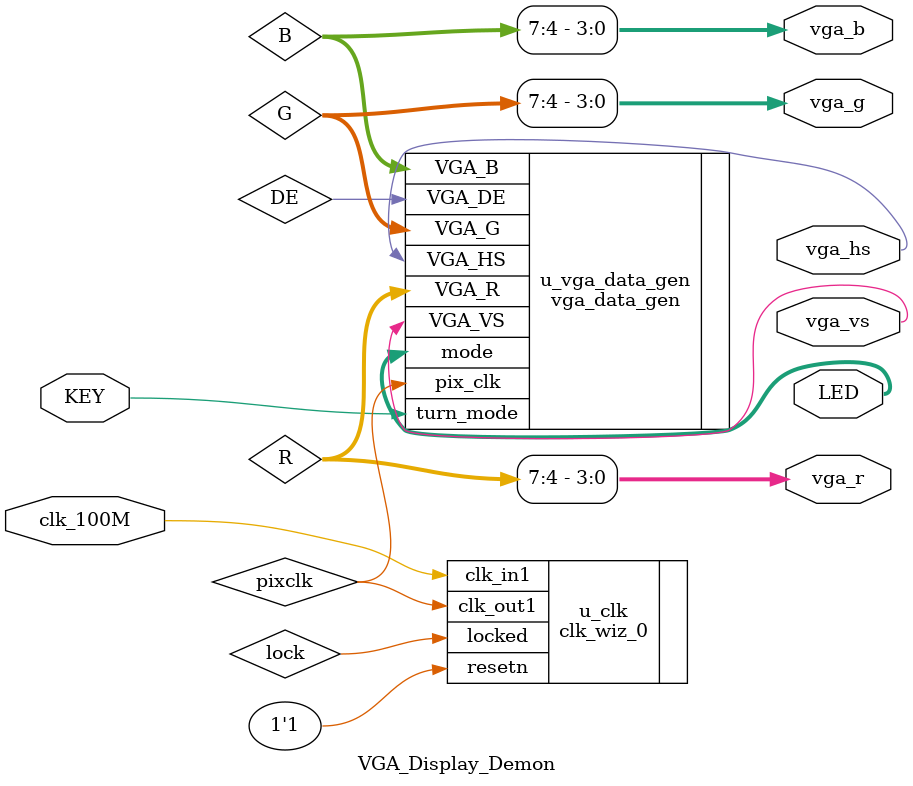
<source format=v>
module VGA_Display_Demon (
input clk_100M,
input KEY,
output[3:0] vga_r,
output[3:0] vga_g,
output[3:0] vga_b,
output vga_hs,
output vga_vs,
output [3:0] LED
);


//************************************************************
// ********* Define Parameter and Interface Signal ********//
//************************************************************
wire pixclk;
wire[7:0] R,G,B;
wire HS,VS,DE;
parameter 			H_Active 		= 1280;


//************************************************************
// ********* 			Main	Code			 **********//
//************************************************************
vga_data_gen 
#(
.H_Active(H_Active),
.V_Active(720)
)
u_vga_data_gen
(
.pix_clk (pixclk),
.turn_mode (KEY),
.VGA_R (R),
.VGA_G (G),
.VGA_B (B),
.VGA_HS (vga_hs),
.VGA_VS (vga_vs),
.VGA_DE (DE),
.mode (LED)
);
assign vga_r = R[7:4];
assign vga_g = G[7:4];
assign vga_b = B[7:4];
clk_wiz_0 u_clk
(
.clk_in1 (clk_100M),
.resetn (1'b1),
.clk_out1 (pixclk),
.locked (lock)
);
endmodule
</source>
